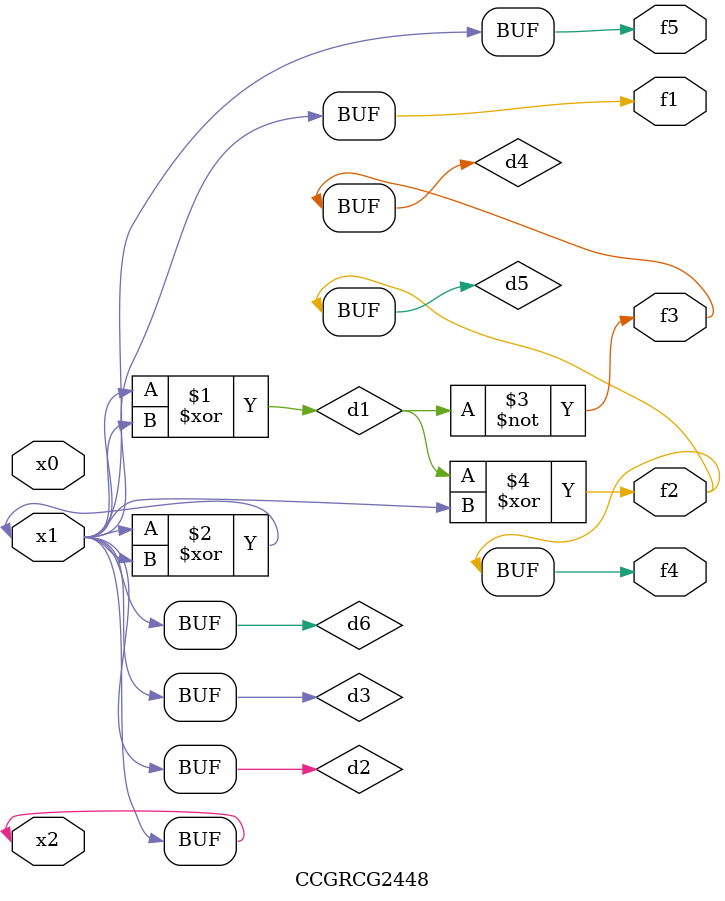
<source format=v>
module CCGRCG2448(
	input x0, x1, x2,
	output f1, f2, f3, f4, f5
);

	wire d1, d2, d3, d4, d5, d6;

	xor (d1, x1, x2);
	buf (d2, x1, x2);
	xor (d3, x1, x2);
	nor (d4, d1);
	xor (d5, d1, d2);
	buf (d6, d2, d3);
	assign f1 = d6;
	assign f2 = d5;
	assign f3 = d4;
	assign f4 = d5;
	assign f5 = d6;
endmodule

</source>
